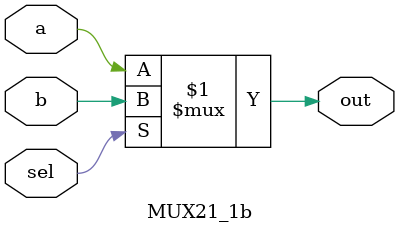
<source format=v>
module MUX21_1(out,a,b,sel);
input a,b,sel;
output out;

assign out = (sel == 0) ? a : b;
    
endmodule

module MUX21_1b(out,a,b,sel);
input a,b,sel;
output out;

assign out = sel ? b : a;
    
endmodule

</source>
